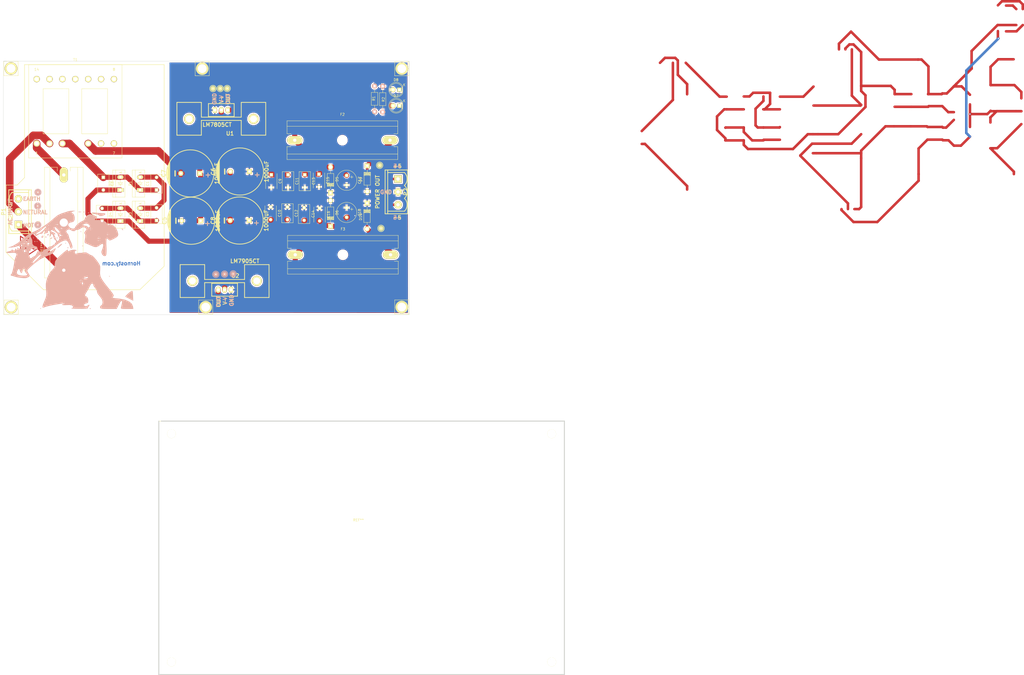
<source format=kicad_pcb>
(kicad_pcb (version 4) (host pcbnew 0.201508290901+6132~28~ubuntu14.04.1-product)
  (layers (0 F.Cu signal) (31 B.Cu signal) (34 B.Paste user) (35 F.Paste user) (36 B.SilkS user) (37 F.SilkS user) (38 B.Mask user) (39 F.Mask user) (44 Edge.Cuts user))
  (net 0 "")
  (net 1 "Net-(C1-Pad1)")
  (net 2 /V-)
  (net 3 /V+)
  (net 4 "Net-(C3-Pad1)")
  (net 5 "Net-(C13-Pad1)")
  (net 6 "Net-(C14-Pad2)")
  (net 7 "Net-(D7-Pad1)")
  (net 8 "Net-(D8-Pad1)")
  (net 9 /REG_+5V)
  (net 10 /REG_-5V)
  (net 11 "Net-(F1-Pad2)")
  (net 12 /HOT)
  (net 13 /NETURAL)
  (net 14 GNDPWR)
  (net 15 Earth)
  (module EuroBoard_Outline:EuroBoard160mmX100mm_holes (layer F.Cu) (at 143.57374 301.82626)
    (fp_text reference REF** (at 78.74 -60.96) (layer F.SilkS))
    (fp_text value EuroBoard160mmX100mm_holes)
    (fp_line (start 0 -99.9998) (end 0 0) (layer Edge.Cuts) (width 0.381))
    (fp_line (start 0 0) (end 159.99968 0) (layer Edge.Cuts) (width 0.381))
    (fp_line (start 159.99968 0) (end 159.99968 -99.9998) (layer Edge.Cuts) (width 0.381))
    (fp_line (start 159.99968 -99.9998) (end 1.00076 -99.9998) (layer Edge.Cuts) (width 0.381))
    (pad "" np_thru_hole circle (at 5.00126 -95.00108) (size 3.50012 3.50012) (drill 3.50012) (layers *.Cu *.Mask F.SilkS))
    (pad "" np_thru_hole circle (at 155.00096 -95.00108) (size 3.50012 3.50012) (drill 3.50012) (layers *.Cu *.Mask F.SilkS))
    (pad "" np_thru_hole circle (at 155.00096 -5.00126) (size 3.50012 3.50012) (drill 3.50012) (layers *.Cu *.Mask F.SilkS))
    (pad "" np_thru_hole circle (at 5.00126 -5.00126) (size 3.50012 3.50012) (drill 3.50012) (layers *.Cu *.Mask F.SilkS))
  )
  (module Capacitors_ThroughHole:C_Disc_D7.5_P5 (layer F.Cu) (at 142.696 110.652 90)
    (fp_text reference C1 (at 2.5 -3.5 90) (layer F.SilkS))
    (fp_text value C_Small)
    (pad 1 thru_hole rect (at 0 0 90) (size 1.4 1.4) (drill 0.9) (layers *.Cu *.Mask F.SilkS) (net 1 "Net-(C1-Pad1)"))
    (pad 2 thru_hole circle (at 5 0 90) (size 1.4 1.4) (drill 0.9) (layers *.Cu *.Mask F.SilkS) (net 2 /V-))
  )
  (module Capacitors_ThroughHole:C_Disc_D7.5_P5 (layer F.Cu) (at 121.696 105.652 270)
    (fp_text reference C2 (at 2.5 -3.5 270) (layer F.SilkS))
    (fp_text value C_Small)
    (pad 1 thru_hole rect (at 0 0 270) (size 1.4 1.4) (drill 0.9) (layers *.Cu *.Mask F.SilkS) (net 1 "Net-(C1-Pad1)"))
    (pad 2 thru_hole circle (at 5 0 270) (size 1.4 1.4) (drill 0.9) (layers *.Cu *.Mask F.SilkS) (net 3 /V+))
  )
  (module Capacitors_ThroughHole:C_Disc_D7.5_P5 (layer F.Cu) (at 142.696 122.652 90)
    (fp_text reference C3 (at 2.5 -3.5 90) (layer F.SilkS))
    (fp_text value C_Small)
    (pad 1 thru_hole rect (at 0 0 90) (size 1.4 1.4) (drill 0.9) (layers *.Cu *.Mask F.SilkS) (net 4 "Net-(C3-Pad1)"))
    (pad 2 thru_hole circle (at 5 0 90) (size 1.4 1.4) (drill 0.9) (layers *.Cu *.Mask F.SilkS) (net 2 /V-))
  )
  (module Capacitors_ThroughHole:C_Disc_D7.5_P5 (layer F.Cu) (at 121.196 122.902 90)
    (fp_text reference C4 (at 2.5 -3.5 90) (layer F.SilkS))
    (fp_text value C_Small)
    (pad 1 thru_hole rect (at 0 0 90) (size 1.4 1.4) (drill 0.9) (layers *.Cu *.Mask F.SilkS) (net 3 /V+))
    (pad 2 thru_hole circle (at 5 0 90) (size 1.4 1.4) (drill 0.9) (layers *.Cu *.Mask F.SilkS) (net 4 "Net-(C3-Pad1)"))
  )
  (module w_capacitors:CP_18x16mm (layer F.Cu) (at 156.327 122.781 90)
    (fp_text reference C5 (at 0 -10.5 90) (layer F.SilkS) (effects (font (thickness 0.3048))))
    (fp_text value 1000uF (at 0 10.5 90) (layer F.SilkS) (effects (font (thickness 0.3048))))
    (pad 1 thru_hole rect (at 0 3.75 90) (size 2 2) (drill 1) (layers *.Cu *.Mask F.SilkS) (net 3 /V+))
    (pad 2 thru_hole circle (at 0 -3.75 90) (size 2 2) (drill 1) (layers *.Cu *.Mask F.SilkS) (net 14 GNDPWR))
  )
  (module w_capacitors:CP_18x16mm (layer F.Cu) (at 175.575 103.35 90)
    (fp_text reference C6 (at 0 -10.5 90) (layer F.SilkS) (effects (font (thickness 0.3048))))
    (fp_text value 1000uF (at 0 10.5 90) (layer F.SilkS) (effects (font (thickness 0.3048))))
    (pad 1 thru_hole rect (at 0 3.75 90) (size 2 2) (drill 1) (layers *.Cu *.Mask F.SilkS) (net 14 GNDPWR))
    (pad 2 thru_hole circle (at 0 -3.75 90) (size 2 2) (drill 1) (layers *.Cu *.Mask F.SilkS) (net 2 /V-))
  )
  (module w_capacitors:CP_18x16mm (layer F.Cu) (at 156 104.1 90)
    (fp_text reference C7 (at 0 -10.5 90) (layer F.SilkS) (effects (font (thickness 0.3048))))
    (fp_text value 1000uF (at 0 10.5 90) (layer F.SilkS) (effects (font (thickness 0.3048))))
    (pad 1 thru_hole rect (at 0 3.75 90) (size 2 2) (drill 1) (layers *.Cu *.Mask F.SilkS) (net 3 /V+))
    (pad 2 thru_hole circle (at 0 -3.75 90) (size 2 2) (drill 1) (layers *.Cu *.Mask F.SilkS) (net 14 GNDPWR))
  )
  (module w_capacitors:CP_18x16mm (layer F.Cu) (at 175.475 122.7 90)
    (fp_text reference C8 (at 0 -10.5 90) (layer F.SilkS) (effects (font (thickness 0.3048))))
    (fp_text value 1000uF (at 0 10.5 90) (layer F.SilkS) (effects (font (thickness 0.3048))))
    (pad 1 thru_hole rect (at 0 3.75 90) (size 2 2) (drill 1) (layers *.Cu *.Mask F.SilkS) (net 14 GNDPWR))
    (pad 2 thru_hole circle (at 0 -3.75 90) (size 2 2) (drill 1) (layers *.Cu *.Mask F.SilkS) (net 2 /V-))
  )
  (module Capacitors_ThroughHole:C_Disc_D6_P5 (layer F.Cu) (at 187.96 104.648 270)
    (fp_text reference C9 (at 2.5 -3.5 270) (layer F.SilkS))
    (fp_text value 10nF)
    (pad 1 thru_hole rect (at 0 0 270) (size 1.4 1.4) (drill 0.9) (layers *.Cu *.Mask F.SilkS) (net 3 /V+))
    (pad 2 thru_hole circle (at 5 0 270) (size 1.4 1.4) (drill 0.9) (layers *.Cu *.Mask F.SilkS) (net 14 GNDPWR))
  )
  (module Capacitors_ThroughHole:C_Disc_D6_P5 (layer F.Cu) (at 187.706 117.348 270)
    (fp_text reference C10 (at 2.5 -3.5 270) (layer F.SilkS))
    (fp_text value 10nF)
    (pad 1 thru_hole rect (at 0 0 270) (size 1.4 1.4) (drill 0.9) (layers *.Cu *.Mask F.SilkS) (net 14 GNDPWR))
    (pad 2 thru_hole circle (at 5 0 270) (size 1.4 1.4) (drill 0.9) (layers *.Cu *.Mask F.SilkS) (net 2 /V-))
  )
  (module Capacitors_ThroughHole:C_Disc_D7.5_P5 (layer F.Cu) (at 194.564 104.648 270)
    (fp_text reference C11 (at 2.5 -3.5 270) (layer F.SilkS))
    (fp_text value 100nF)
    (pad 1 thru_hole rect (at 0 0 270) (size 1.4 1.4) (drill 0.9) (layers *.Cu *.Mask F.SilkS) (net 3 /V+))
    (pad 2 thru_hole circle (at 5 0 270) (size 1.4 1.4) (drill 0.9) (layers *.Cu *.Mask F.SilkS) (net 14 GNDPWR))
  )
  (module Capacitors_ThroughHole:C_Disc_D7.5_P5 (layer F.Cu) (at 194.31 117.348 270)
    (fp_text reference C12 (at 2.5 -3.5 270) (layer F.SilkS))
    (fp_text value 100nF)
    (pad 1 thru_hole rect (at 0 0 270) (size 1.4 1.4) (drill 0.9) (layers *.Cu *.Mask F.SilkS) (net 14 GNDPWR))
    (pad 2 thru_hole circle (at 5 0 270) (size 1.4 1.4) (drill 0.9) (layers *.Cu *.Mask F.SilkS) (net 2 /V-))
  )
  (module Capacitors_ThroughHole:C_Disc_D7.5_P5 (layer F.Cu) (at 201.168 104.648 270)
    (fp_text reference C13 (at 2.5 -3.5 270) (layer F.SilkS))
    (fp_text value 100nF)
    (pad 1 thru_hole rect (at 0 0 270) (size 1.4 1.4) (drill 0.9) (layers *.Cu *.Mask F.SilkS) (net 5 "Net-(C13-Pad1)"))
    (pad 2 thru_hole circle (at 5 0 270) (size 1.4 1.4) (drill 0.9) (layers *.Cu *.Mask F.SilkS) (net 14 GNDPWR))
  )
  (module Capacitors_ThroughHole:C_Disc_D7.5_P5 (layer F.Cu) (at 200.914 117.602 270)
    (fp_text reference C14 (at 2.5 -3.5 270) (layer F.SilkS))
    (fp_text value 100nF)
    (pad 1 thru_hole rect (at 0 0 270) (size 1.4 1.4) (drill 0.9) (layers *.Cu *.Mask F.SilkS) (net 14 GNDPWR))
    (pad 2 thru_hole circle (at 5 0 270) (size 1.4 1.4) (drill 0.9) (layers *.Cu *.Mask F.SilkS) (net 6 "Net-(C14-Pad2)"))
  )
  (module Capacitors_ThroughHole:C_Disc_D6_P5 (layer F.Cu) (at 206.756 104.394 270)
    (fp_text reference C15 (at 2.5 -3.5 270) (layer F.SilkS))
    (fp_text value 10nF)
    (pad 1 thru_hole rect (at 0 0 270) (size 1.4 1.4) (drill 0.9) (layers *.Cu *.Mask F.SilkS) (net 5 "Net-(C13-Pad1)"))
    (pad 2 thru_hole circle (at 5 0 270) (size 1.4 1.4) (drill 0.9) (layers *.Cu *.Mask F.SilkS) (net 14 GNDPWR))
  )
  (module Capacitors_ThroughHole:C_Disc_D6_P5 (layer F.Cu) (at 207.01 117.856 270)
    (fp_text reference C16 (at 2.5 -3.5 270) (layer F.SilkS))
    (fp_text value 10nF)
    (pad 1 thru_hole rect (at 0 0 270) (size 1.4 1.4) (drill 0.9) (layers *.Cu *.Mask F.SilkS) (net 14 GNDPWR))
    (pad 2 thru_hole circle (at 5 0 270) (size 1.4 1.4) (drill 0.9) (layers *.Cu *.Mask F.SilkS) (net 6 "Net-(C14-Pad2)"))
  )
  (module Capacitors_Elko_ThroughHole:Elko_vert_11.5x8mm_RM3.5 (layer F.Cu) (at 217.678 104.902 270)
    (fp_text reference C17 (at 1.905 -5.08 270) (layer F.SilkS))
    (fp_text value 470uF)
    (fp_line (start 0.635 -2.54) (end 0.635 -1.524) (layer F.Cu) (width 0.15))
    (fp_line (start 0.127 -2.032) (end 1.143 -2.032) (layer F.Cu) (width 0.15))
    (pad 2 thru_hole circle (at 3.81 0 270) (size 1.50114 1.50114) (drill 0.8001) (layers *.Cu *.Mask F.SilkS) (net 14 GNDPWR))
    (pad 1 thru_hole circle (at 0 0 270) (size 1.50114 1.50114) (drill 0.8001) (layers *.Cu *.Mask F.SilkS) (net 5 "Net-(C13-Pad1)"))
  )
  (module Capacitors_Elko_ThroughHole:Elko_vert_11.5x8mm_RM3.5 (layer F.Cu) (at 217.678 117.602 270)
    (fp_text reference C18 (at 1.905 -5.08 270) (layer F.SilkS))
    (fp_text value 470uF)
    (fp_line (start 0.635 -2.54) (end 0.635 -1.524) (layer F.Cu) (width 0.15))
    (fp_line (start 0.127 -2.032) (end 1.143 -2.032) (layer F.Cu) (width 0.15))
    (pad 2 thru_hole circle (at 3.81 0 270) (size 1.50114 1.50114) (drill 0.8001) (layers *.Cu *.Mask F.SilkS) (net 6 "Net-(C14-Pad2)"))
    (pad 1 thru_hole circle (at 0 0 270) (size 1.50114 1.50114) (drill 0.8001) (layers *.Cu *.Mask F.SilkS) (net 14 GNDPWR))
  )
  (module Diodes_ThroughHole:Diode_TO-220_Vertical (layer F.Cu) (at 136.196 110.652 90)
    (fp_text reference D1 (at 2.54762 -3.92938 90) (layer F.SilkS))
    (fp_text value MUR860G)
    (fp_text user A (at 6.858 0.127 90) (layer F.SilkS))
    (pad 1 thru_hole rect (at 0 0 180) (size 2.49936 1.50114) (drill 1.00076) (layers *.Cu *.Mask F.SilkS) (net 1 "Net-(C1-Pad1)"))
    (pad 2 thru_hole oval (at 5.08 0 180) (size 2.49936 1.50114) (drill 1.00076) (layers *.Cu *.Mask F.SilkS) (net 2 /V-))
  )
  (module Diodes_ThroughHole:Diode_TO-220_Vertical (layer F.Cu) (at 128.446 110.652 90)
    (fp_text reference D2 (at 2.54762 -3.92938 90) (layer F.SilkS))
    (fp_text value MUR860G)
    (fp_text user A (at 6.858 0.127 90) (layer F.SilkS))
    (pad 1 thru_hole rect (at 0 0 180) (size 2.49936 1.50114) (drill 1.00076) (layers *.Cu *.Mask F.SilkS) (net 3 /V+))
    (pad 2 thru_hole oval (at 5.08 0 180) (size 2.49936 1.50114) (drill 1.00076) (layers *.Cu *.Mask F.SilkS) (net 1 "Net-(C1-Pad1)"))
  )
  (module Diodes_ThroughHole:Diode_TO-220_Vertical (layer F.Cu) (at 136.196 122.902 90)
    (fp_text reference D3 (at 2.54762 -3.92938 90) (layer F.SilkS))
    (fp_text value MUR860G)
    (fp_text user A (at 6.858 0.127 90) (layer F.SilkS))
    (pad 1 thru_hole rect (at 0 0 180) (size 2.49936 1.50114) (drill 1.00076) (layers *.Cu *.Mask F.SilkS) (net 4 "Net-(C3-Pad1)"))
    (pad 2 thru_hole oval (at 5.08 0 180) (size 2.49936 1.50114) (drill 1.00076) (layers *.Cu *.Mask F.SilkS) (net 2 /V-))
  )
  (module Diodes_ThroughHole:Diode_TO-220_Vertical (layer F.Cu) (at 128.446 122.902 90)
    (fp_text reference D4 (at 2.54762 -3.92938 90) (layer F.SilkS))
    (fp_text value MUR860G)
    (fp_text user A (at 6.858 0.127 90) (layer F.SilkS))
    (pad 1 thru_hole rect (at 0 0 180) (size 2.49936 1.50114) (drill 1.00076) (layers *.Cu *.Mask F.SilkS) (net 3 /V+))
    (pad 2 thru_hole oval (at 5.08 0 180) (size 2.49936 1.50114) (drill 1.00076) (layers *.Cu *.Mask F.SilkS) (net 4 "Net-(C3-Pad1)"))
  )
  (module Diodes_ThroughHole:Diode_DO-41_SOD81_Horizontal_RM10 (layer F.Cu) (at 211.33054 111.76 90)
    (fp_text reference D5 (at 5.38734 2.53746 90) (layer F.SilkS))
    (fp_text value TVS)
    (pad 2 thru_hole circle (at 10.16 -0.00254 270) (size 1.99898 1.99898) (drill 1.27) (layers *.Cu *.Mask F.SilkS) (net 5 "Net-(C13-Pad1)"))
    (pad 1 thru_hole rect (at 0 -0.00254 270) (size 1.99898 1.99898) (drill 1.00076) (layers *.Cu *.Mask F.SilkS) (net 14 GNDPWR))
  )
  (module Diodes_ThroughHole:Diode_DO-41_SOD81_Horizontal_RM10 (layer F.Cu) (at 211.33054 124.968 90)
    (fp_text reference D6 (at 5.38734 2.53746 90) (layer F.SilkS))
    (fp_text value TVS)
    (pad 2 thru_hole circle (at 10.16 -0.00254 270) (size 1.99898 1.99898) (drill 1.27) (layers *.Cu *.Mask F.SilkS) (net 14 GNDPWR))
    (pad 1 thru_hole rect (at 0 -0.00254 270) (size 1.99898 1.99898) (drill 1.00076) (layers *.Cu *.Mask F.SilkS) (net 6 "Net-(C14-Pad2)"))
  )
  (module LEDs:LED-5MM (layer F.Cu) (at 238.49866 77.4 180)
    (fp_text reference D7 (at 1.35 3.9 180) (layer F.SilkS))
    (fp_text value LED)
    (fp_text user K (at -1.90634 1.905 180) (layer F.SilkS))
    (pad 1 thru_hole rect (at -0.00134 0 270) (size 1.69926 1.69926) (drill 1.00076) (layers *.Cu *.Mask F.SilkS) (net 7 "Net-(D7-Pad1)"))
    (pad 2 thru_hole circle (at 2.53866 0 180) (size 1.99898 1.99898) (drill 1.00076) (layers *.Cu *.Mask F.SilkS) (net 5 "Net-(C13-Pad1)"))
  )
  (module LEDs:LED-5MM (layer F.Cu) (at 238.49866 71.1 180)
    (fp_text reference D8 (at 1.35 3.9 180) (layer F.SilkS))
    (fp_text value LED)
    (fp_text user K (at -1.90634 1.905 180) (layer F.SilkS))
    (pad 1 thru_hole rect (at -0.00134 0 270) (size 1.69926 1.69926) (drill 1.00076) (layers *.Cu *.Mask F.SilkS) (net 8 "Net-(D8-Pad1)"))
    (pad 2 thru_hole circle (at 2.53866 0 180) (size 1.99898 1.99898) (drill 1.00076) (layers *.Cu *.Mask F.SilkS) (net 14 GNDPWR))
  )
  (module Diodes_ThroughHole:Diode_DO-41_SOD81_Horizontal_RM10 (layer F.Cu) (at 225.806 101.092 270)
    (fp_text reference D9 (at 5.38734 2.53746 270) (layer F.SilkS))
    (fp_text value 1N4008)
    (pad 2 thru_hole circle (at 10.16 -0.00254 90) (size 1.99898 1.99898) (drill 1.27) (layers *.Cu *.Mask F.SilkS) (net 14 GNDPWR))
    (pad 1 thru_hole rect (at 0 -0.00254 90) (size 1.99898 1.99898) (drill 1.00076) (layers *.Cu *.Mask F.SilkS) (net 9 /REG_+5V))
  )
  (module Diodes_ThroughHole:Diode_DO-41_SOD81_Horizontal_RM10 (layer F.Cu) (at 225.746 115.84 270)
    (fp_text reference D10 (at 5.38734 2.53746 270) (layer F.SilkS))
    (fp_text value 1N4008)
    (pad 2 thru_hole circle (at 10.16 -0.00254 90) (size 1.99898 1.99898) (drill 1.27) (layers *.Cu *.Mask F.SilkS) (net 10 /REG_-5V))
    (pad 1 thru_hole rect (at 0 -0.00254 90) (size 1.99898 1.99898) (drill 1.00076) (layers *.Cu *.Mask F.SilkS) (net 14 GNDPWR))
  )
  (module Fuse_Holders_and_Fuses:Fuseholder6x32_Horiz_Open_Schurter0031-8002 (layer F.Cu) (at 106.1 123.504 90)
    (fp_text reference F1 (at 0 -10.16 90) (layer F.SilkS))
    (fp_text value FUSE)
    (pad "" np_thru_hole circle (at 0 0 90) (size 3.2512 3.2512) (drill 3.2512) (layers *.Cu *.Mask F.SilkS))
    (pad 2 thru_hole oval (at 18.796 0 180) (size 3.2512 5.99948) (drill 1.30048) (layers *.Cu *.Mask F.SilkS) (net 11 "Net-(F1-Pad2)"))
    (pad 1 thru_hole oval (at -18.796 0 180) (size 3.2512 5.99948) (drill 1.30048) (layers *.Cu *.Mask F.SilkS) (net 12 /HOT))
  )
  (module Fuse_Holders_and_Fuses:Fuseholder6x32_Horiz_Open_Schurter0031-8002 (layer F.Cu) (at 216 91)
    (fp_text reference F2 (at 0 -10.16) (layer F.SilkS))
    (fp_text value FUSE)
    (pad "" np_thru_hole circle (at 0 0) (size 3.2512 3.2512) (drill 3.2512) (layers *.Cu *.Mask F.SilkS))
    (pad 2 thru_hole oval (at 18.796 0 90) (size 3.2512 5.99948) (drill 1.30048) (layers *.Cu *.Mask F.SilkS) (net 9 /REG_+5V))
    (pad 1 thru_hole oval (at -18.796 0 90) (size 3.2512 5.99948) (drill 1.30048) (layers *.Cu *.Mask F.SilkS) (net 5 "Net-(C13-Pad1)"))
  )
  (module Fuse_Holders_and_Fuses:Fuseholder6x32_Horiz_Open_Schurter0031-8002 (layer F.Cu) (at 216.204 136.2)
    (fp_text reference F3 (at 0 -10.16) (layer F.SilkS))
    (fp_text value FUSE)
    (pad "" np_thru_hole circle (at 0 0) (size 3.2512 3.2512) (drill 3.2512) (layers *.Cu *.Mask F.SilkS))
    (pad 2 thru_hole oval (at 18.796 0 90) (size 3.2512 5.99948) (drill 1.30048) (layers *.Cu *.Mask F.SilkS) (net 10 /REG_-5V))
    (pad 1 thru_hole oval (at -18.796 0 90) (size 3.2512 5.99948) (drill 1.30048) (layers *.Cu *.Mask F.SilkS) (net 6 "Net-(C14-Pad2)"))
  )
  (module w_conn_screw:mstbva_2,5%2f3-g-5,08 (layer F.Cu) (at 88.2 119.22 90)
    (fp_text reference P1 (at 0 -5.842 90) (layer F.SilkS) (effects (font (thickness 0.3048))))
    (fp_text value AC_INPUT (at -0.08 -3.17 90) (layer F.SilkS) (effects (font (thickness 0.3048))))
    (pad 1 thru_hole rect (at -5.08 0 90) (size 2.99974 2.99974) (drill 1.39954) (layers *.Cu *.Mask F.SilkS) (net 12 /HOT))
    (pad 3 thru_hole circle (at 5.08 0 90) (size 2.99974 2.99974) (drill 1.39954) (layers *.Cu *.Mask F.SilkS) (net 15 Earth))
    (pad 2 thru_hole circle (at 0 0 90) (size 2.99974 2.99974) (drill 1.39954) (layers *.Cu *.Mask F.SilkS) (net 13 /NETURAL))
  )
  (module w_conn_screw:mstbva_2,5%2f3-g-5,08 (layer F.Cu) (at 237.946 111.39 270)
    (fp_text reference P2 (at -0.02 -3.064 270) (layer F.SilkS) (effects (font (thickness 0.3048))))
    (fp_text value "POWER OUT" (at 0.01 8.086 270) (layer F.SilkS) (effects (font (thickness 0.3048))))
    (pad 1 thru_hole rect (at -5.08 0 270) (size 2.99974 2.99974) (drill 1.39954) (layers *.Cu *.Mask F.SilkS) (net 9 /REG_+5V))
    (pad 3 thru_hole circle (at 5.08 0 270) (size 2.99974 2.99974) (drill 1.39954) (layers *.Cu *.Mask F.SilkS) (net 10 /REG_-5V))
    (pad 2 thru_hole circle (at 0 0 270) (size 2.99974 2.99974) (drill 1.39954) (layers *.Cu *.Mask F.SilkS) (net 14 GNDPWR))
  )
  (module Resistors_ThroughHole:Resistor_Horizontal_RM10mm (layer F.Cu) (at 231.9 74.8 90)
    (fp_text reference R1 (at 0.24892 -3.50012 90) (layer F.SilkS))
    (fp_text value R)
    (pad 1 thru_hole circle (at -5.08 0 90) (size 1.99898 1.99898) (drill 1.00076) (layers *.Cu *.SilkS *.Mask) (net 7 "Net-(D7-Pad1)"))
    (pad 2 thru_hole circle (at 5.08 0 90) (size 1.99898 1.99898) (drill 1.00076) (layers *.Cu *.SilkS *.Mask) (net 14 GNDPWR))
  )
  (module Resistors_ThroughHole:Resistor_Horizontal_RM10mm (layer F.Cu) (at 228.7 74.7 270)
    (fp_text reference R2 (at 0.24892 -3.50012 270) (layer F.SilkS))
    (fp_text value R_Small)
    (pad 1 thru_hole circle (at -5.08 0 270) (size 1.99898 1.99898) (drill 1.00076) (layers *.Cu *.SilkS *.Mask) (net 8 "Net-(D8-Pad1)"))
    (pad 2 thru_hole circle (at 5.08 0 270) (size 1.99898 1.99898) (drill 1.00076) (layers *.Cu *.SilkS *.Mask) (net 6 "Net-(C14-Pad2)"))
  )
  (module Transformers_SMPS_ThroughHole:ETD29_13Pin_Horizontal_EPCOS-B66359A1013T (layer F.Cu) (at 110.64 79.6)
    (fp_text reference T1 (at 0 -20.32) (layer F.SilkS))
    (fp_text value TRANSFO2)
    (fp_text user 14 (at -15.24 -16.51) (layer F.SilkS))
    (fp_text user 8 (at 15.24 -16.51) (layer F.SilkS))
    (fp_text user 7 (at 15.24 16.51) (layer F.SilkS))
    (fp_text user 1 (at -15.24 16.51) (layer F.SilkS))
    (pad 1 thru_hole circle (at -15.24 12.7) (size 2.49936 2.49936) (drill 1.6002) (layers *.Cu *.Mask F.SilkS) (net 11 "Net-(F1-Pad2)"))
    (pad 2 thru_hole circle (at -10.16 12.7) (size 2.49936 2.49936) (drill 1.6002) (layers *.Cu *.Mask F.SilkS) (net 13 /NETURAL))
    (pad 3 thru_hole circle (at -5.08 12.7) (size 2.49936 2.49936) (drill 1.6002) (layers *.Cu *.Mask F.SilkS) (net 1 "Net-(C1-Pad1)"))
    (pad 5 thru_hole circle (at 5.08 12.7) (size 2.49936 2.49936) (drill 1.6002) (layers *.Cu *.Mask F.SilkS) (net 14 GNDPWR))
    (pad 6 thru_hole circle (at 10.16 12.7) (size 2.49936 2.49936) (drill 1.6002) (layers *.Cu *.Mask F.SilkS) (net 4 "Net-(C3-Pad1)"))
    (pad 7 thru_hole circle (at 15.24 12.7) (size 2.49936 2.49936) (drill 1.6002) (layers *.Cu *.Mask F.SilkS))
    (pad 14 thru_hole circle (at -15.24 -12.7) (size 2.49936 2.49936) (drill 1.6002) (layers *.Cu *.Mask F.SilkS))
    (pad 13 thru_hole circle (at -10.16 -12.7) (size 2.49936 2.49936) (drill 1.6002) (layers *.Cu *.Mask F.SilkS))
    (pad 12 thru_hole circle (at -5.08 -12.7) (size 2.49936 2.49936) (drill 1.6002) (layers *.Cu *.Mask F.SilkS))
    (pad 11 thru_hole circle (at 0 -12.7) (size 2.49936 2.49936) (drill 1.6002) (layers *.Cu *.Mask F.SilkS))
    (pad 10 thru_hole circle (at 5.08 -12.7) (size 2.49936 2.49936) (drill 1.6002) (layers *.Cu *.Mask F.SilkS))
    (pad 9 thru_hole circle (at 10.16 -12.7) (size 2.49936 2.49936) (drill 1.6002) (layers *.Cu *.Mask F.SilkS))
    (pad 8 thru_hole circle (at 15.24 -12.7) (size 2.49936 2.49936) (drill 1.6002) (layers *.Cu *.Mask F.SilkS))
  )
  (module w_to:to220_std_14cw (layer F.Cu) (at 168.235 79.125 180)
    (fp_text reference U1 (at -3.445 -9.225 180) (layer F.SilkS) (effects (font (thickness 0.3048))))
    (fp_text value LM7805CT (at 1.655 -5.755 180) (layer F.SilkS) (effects (font (thickness 0.3048))))
    (pad 1 thru_hole oval (at 2.54 0 180) (size 1.74498 2.49936) (drill 1.19888) (layers *.Cu *.Mask F.SilkS) (net 14 GNDPWR))
    (pad 2 thru_hole oval (at 0 0 180) (size 1.74752 2.49936) (drill 1.19888) (layers *.Cu *.Mask F.SilkS) (net 3 /V+))
    (pad 3 thru_hole oval (at -2.54 0 180) (size 1.74752 2.49936) (drill 1.19888) (layers *.Cu *.Mask F.SilkS) (net 5 "Net-(C13-Pad1)"))
    (pad "" thru_hole circle (at 12.7 -3.4925 180) (size 4.0005 4.0005) (drill 2.74828) (layers *.Cu *.Mask F.SilkS))
    (pad "" thru_hole circle (at -12.7 -3.4925 180) (size 4.0005 4.0005) (drill 2.74828) (layers *.Cu *.Mask F.SilkS))
  )
  (module w_to:to220_std_14cw (layer F.Cu) (at 169.54 150)
    (fp_text reference U2 (at 4.23 -5.52) (layer F.SilkS) (effects (font (thickness 0.3048))))
    (fp_text value LM7905CT (at 7.99 -11.31) (layer F.SilkS) (effects (font (thickness 0.3048))))
    (pad 1 thru_hole oval (at 2.54 0) (size 1.74498 2.49936) (drill 1.19888) (layers *.Cu *.Mask F.SilkS) (net 14 GNDPWR))
    (pad 2 thru_hole oval (at 0 0) (size 1.74752 2.49936) (drill 1.19888) (layers *.Cu *.Mask F.SilkS) (net 2 /V-))
    (pad 3 thru_hole oval (at -2.54 0) (size 1.74752 2.49936) (drill 1.19888) (layers *.Cu *.Mask F.SilkS) (net 6 "Net-(C14-Pad2)"))
    (pad "" thru_hole circle (at 12.7 -3.4925) (size 4.0005 4.0005) (drill 2.74828) (layers *.Cu *.Mask F.SilkS))
    (pad "" thru_hole circle (at -12.7 -3.4925) (size 4.0005 4.0005) (drill 2.74828) (layers *.Cu *.Mask F.SilkS))
  )
  (module Symbols:Symbol_HighVoltage_Type2_CopperTop_VerySmall (layer F.Cu) (at 91.8 133.6 270)
    (fp_text reference REF** (at -0.127 -5.715 270) (layer F.SilkS))
    (fp_text value Symbol_HighVoltage_Type2_CopperTop_VerySmall)
    (fp_line (start -0.49784 2.19964) (end 0.70104 -0.89916) (layer F.Cu) (width 0.381))
    (fp_line (start 0.70104 -0.89916) (end 0.1016 -0.50038) (layer F.Cu) (width 0.381))
    (fp_line (start -0.89916 0.20066) (end 0.40132 -2.60096) (layer F.Cu) (width 0.381))
    (fp_line (start -0.49784 2.19964) (end 0.1016 1.50114) (layer F.Cu) (width 0.381))
    (fp_line (start -0.09906 -2.79908) (end -0.89916 0.20066) (layer F.Cu) (width 0.381))
    (fp_line (start -0.89916 0.20066) (end 0.29972 -0.59944) (layer F.Cu) (width 0.381))
    (fp_line (start 0.29972 -0.59944) (end -0.49784 2.19964) (layer F.Cu) (width 0.381))
    (fp_line (start -0.49784 2.19964) (end -0.59944 1.30048) (layer F.Cu) (width 0.381))
    (fp_line (start 0 -4.191) (end 4.699 2.794) (layer F.Cu) (width 0.381))
    (fp_line (start 4.699 2.794) (end -4.699 2.794) (layer F.Cu) (width 0.381))
    (fp_line (start -4.699 2.794) (end 0 -4.191) (layer F.Cu) (width 0.381))
  )
  (module logos:LOGO (layer B.Cu) (at 108.42 137.47 180)
    (fp_text reference G*** hide)
    (fp_text value LOGO hide)
  )
  (module mechanical:3.5mm_m3 (layer F.Cu) (at 239.42 156.93)
    (fp_text reference REF** (at 0 0.5) (layer F.SilkS))
    (fp_text value 3.5mmM3)
    (pad 1 thru_hole circle (at 0 -0.1) (size 5 5) (drill 3.5) (layers *.Cu *.Mask F.SilkS))
  )
  (module mechanical:3.5mm_m3 (layer F.Cu) (at 239.42 62.87)
    (fp_text reference REF** (at 0 0.5) (layer F.SilkS))
    (fp_text value 3.5mmM3)
    (pad 1 thru_hole circle (at 0 -0.1) (size 5 5) (drill 3.5) (layers *.Cu *.Mask F.SilkS))
  )
  (module mechanical:3.5mm_m3 (layer F.Cu) (at 85.27 62.81)
    (fp_text reference REF** (at 0 0.5) (layer F.SilkS))
    (fp_text value 3.5mmM3)
    (pad 1 thru_hole circle (at 0 -0.1) (size 5 5) (drill 3.5) (layers *.Cu *.Mask F.SilkS))
  )
  (module mechanical:3.5mm_m3 (layer F.Cu) (at 85.34 156.97)
    (fp_text reference REF** (at 0 0.5) (layer F.SilkS))
    (fp_text value 3.5mmM3)
    (pad 1 thru_hole circle (at 0 -0.1) (size 5 5) (drill 3.5) (layers *.Cu *.Mask F.SilkS))
  )
  (module mechanical:3.5mm_m3 (layer F.Cu) (at 160.71 62.87)
    (fp_text reference REF** (at 0 0.5) (layer F.SilkS))
    (fp_text value 3.5mmM3)
    (pad 1 thru_hole circle (at 0 -0.1) (size 5 5) (drill 3.5) (layers *.Cu *.Mask F.SilkS))
  )
  (module mechanical:3.5mm_m3 (layer F.Cu) (at 162.08 156.97)
    (fp_text reference REF** (at 0 0.5) (layer F.SilkS))
    (fp_text value 3.5mmM3)
    (pad 1 thru_hole circle (at 0 -0.1) (size 5 5) (drill 3.5) (layers *.Cu *.Mask F.SilkS))
  )
  (module w_details:pad_2mm (layer B.Cu) (at 95.89 111.54)
    (fp_text reference pad_2mm hide)
    (fp_text value VAL** hide)
    (pad 1 thru_hole circle (at 0 0) (size 1.99898 1.99898) (drill 0.50038) (layers *.Cu B.SilkS))
  )
  (module w_details:pad_2mm (layer B.Cu) (at 95.78 116.96)
    (fp_text reference pad_2mm hide)
    (fp_text value VAL** hide)
    (pad 1 thru_hole circle (at 0 0) (size 1.99898 1.99898) (drill 0.50038) (layers *.Cu B.SilkS))
  )
  (module w_details:pad_2mm (layer B.Cu) (at 95.86 124.42)
    (fp_text reference pad_2mm hide)
    (fp_text value VAL** hide)
    (pad 1 thru_hole circle (at 0 0) (size 1.99898 1.99898) (drill 0.50038) (layers *.Cu B.SilkS))
  )
  (module w_details:pad_2mm (layer F.Cu) (at 231.23 125.79)
    (fp_text reference pad_2mm hide)
    (fp_text value VAL** hide)
    (pad 1 thru_hole circle (at 0 0) (size 1.99898 1.99898) (drill 0.50038) (layers *.Cu F.SilkS))
  )
  (module w_details:pad_2mm (layer F.Cu) (at 230.7 100.9)
    (fp_text reference pad_2mm hide)
    (fp_text value VAL** hide)
    (pad 1 thru_hole circle (at 0 0) (size 1.99898 1.99898) (drill 0.50038) (layers *.Cu F.SilkS))
  )
  (module w_details:pad_2mm (layer F.Cu) (at 170.55 70.6)
    (fp_text reference pad_2mm hide)
    (fp_text value VAL** hide)
    (pad 1 thru_hole circle (at 0 0) (size 1.99898 1.99898) (drill 0.50038) (layers *.Cu F.SilkS))
  )
  (module w_details:pad_2mm (layer F.Cu) (at 167.81 70.63)
    (fp_text reference pad_2mm hide)
    (fp_text value VAL** hide)
    (pad 1 thru_hole circle (at 0 0) (size 1.99898 1.99898) (drill 0.50038) (layers *.Cu F.SilkS))
  )
  (module w_details:pad_2mm (layer F.Cu) (at 164.96 70.63)
    (fp_text reference pad_2mm hide)
    (fp_text value VAL** hide)
    (pad 1 thru_hole circle (at 0 0) (size 1.99898 1.99898) (drill 0.50038) (layers *.Cu F.SilkS))
  )
  (module w_details:pad_2mm (layer B.Cu) (at 166.07 143.93)
    (fp_text reference pad_2mm hide)
    (fp_text value VAL** hide)
    (pad 1 thru_hole circle (at 0 0) (size 1.99898 1.99898) (drill 0.50038) (layers *.Cu B.SilkS))
  )
  (module w_details:pad_2mm (layer B.Cu) (at 169.53 143.84)
    (fp_text reference pad_2mm hide)
    (fp_text value VAL** hide)
    (pad 1 thru_hole circle (at 0 0) (size 1.99898 1.99898) (drill 0.50038) (layers *.Cu B.SilkS))
  )
  (module w_details:pad_2mm (layer B.Cu) (at 172.91 143.75)
    (fp_text reference pad_2mm hide)
    (fp_text value VAL** hide)
    (pad 1 thru_hole circle (at 0 0) (size 1.99898 1.99898) (drill 0.50038) (layers *.Cu B.SilkS))
  )
  (gr_text -5 (at 237.66 121.54) (layer B.SilkS) (effects (font (size 1.5 1.5) (thickness 0.3)) (justify mirror)))
  (gr_text +5 (at 237.71 101.23) (layer B.SilkS) (effects (font (size 1.5 1.5) (thickness 0.3)) (justify mirror)))
  (gr_text GND (at 233.21 111.48) (layer B.SilkS) (effects (font (size 1.5 1.5) (thickness 0.3)) (justify mirror)))
  (gr_text GND (at 233.21 111.48) (layer F.SilkS) (effects (font (size 1.5 1.5) (thickness 0.3))))
  (gr_text -5 (at 237.63 121.53) (layer F.SilkS) (effects (font (size 1.5 1.5) (thickness 0.3))))
  (gr_text +5 (at 237.71 101.25) (layer F.SilkS) (effects (font (size 1.5 1.5) (thickness 0.3))))
  (gr_text OUT (at 167.17 154.73 90) (layer B.SilkS) (effects (font (size 1.5 1.5) (thickness 0.3)) (justify mirror)))
  (gr_text OUT (at 167.17 154.73 90) (layer F.SilkS) (effects (font (size 1.5 1.5) (thickness 0.3))))
  (gr_text V- (at 169.71 154.35 90) (layer B.SilkS) (effects (font (size 1.5 1.5) (thickness 0.3)) (justify mirror)))
  (gr_text V- (at 169.69 154.35 90) (layer F.SilkS) (effects (font (size 1.5 1.5) (thickness 0.3))))
  (gr_text GND (at 172.29 154.23 90) (layer B.SilkS) (effects (font (size 1.5 1.5) (thickness 0.3)) (justify mirror)))
  (gr_text GND (at 172.31 154.21 90) (layer F.SilkS) (effects (font (size 1.5 1.5) (thickness 0.3))))
  (gr_text OUT (at 170.88 74.8 90) (layer B.SilkS) (effects (font (size 1.5 1.5) (thickness 0.3)) (justify mirror)))
  (gr_text V+ (at 168.25 74.85 90) (layer B.SilkS) (effects (font (size 1.5 1.5) (thickness 0.3)) (justify mirror)))
  (gr_text GND (at 165.54 74.71 90) (layer B.SilkS) (effects (font (size 1.5 1.5) (thickness 0.3)) (justify mirror)))
  (gr_text OUT (at 170.88 74.79 90) (layer F.SilkS) (effects (font (size 1.5 1.5) (thickness 0.3))))
  (gr_text GND (at 165.54 74.71 90) (layer F.SilkS) (effects (font (size 1.5 1.5) (thickness 0.3))))
  (gr_text V+ (at 168.25 74.84 90) (layer F.SilkS) (effects (font (size 1.5 1.5) (thickness 0.3))))
  (gr_text + (at 162.75 123.75) (layer B.SilkS) (effects (font (size 2 2) (thickness 0.3)) (justify mirror)))
  (gr_text + (at 182.08 123.48) (layer B.SilkS) (effects (font (size 2 2) (thickness 0.3)) (justify mirror)))
  (gr_text + (at 182.36 104.55) (layer B.SilkS) (effects (font (size 2 2) (thickness 0.3)) (justify mirror)))
  (gr_text + (at 162.95 104.61) (layer B.SilkS) (effects (font (size 2 2) (thickness 0.3)) (justify mirror)))
  (gr_text + (at 162.76 123.75) (layer F.SilkS) (effects (font (size 2 2) (thickness 0.3))))
  (gr_text + (at 182.08 123.48) (layer F.SilkS) (effects (font (size 2 2) (thickness 0.3))))
  (gr_text + (at 182.42 104.51) (layer F.SilkS) (effects (font (size 2 2) (thickness 0.3))))
  (gr_text + (at 162.96 104.62) (layer F.SilkS) (effects (font (size 2 2) (thickness 0.3))))
  (gr_text EARTH (at 93.46 114.17) (layer B.SilkS) (effects (font (size 1.5 1.5) (thickness 0.3))))
  (gr_text EARTH (at 93.46 114.14) (layer F.SilkS) (effects (font (size 1.5 1.5) (thickness 0.3))))
  (gr_text HOT (at 92.16 124.61) (layer F.SilkS) (effects (font (size 1.5 1.5) (thickness 0.3))))
  (gr_text NETURAL (at 94.82 119.44) (layer B.SilkS) (effects (font (size 1.5 1.5) (thickness 0.3))))
  (gr_text "AC INPUT" (at 85.03 119.29 90) (layer B.SilkS) (effects (font (size 1.5 1.5) (thickness 0.3))))
  (gr_text NETURAL (at 94.83 119.42) (layer F.SilkS) (effects (font (size 1.5 1.5) (thickness 0.3))))
  (gr_text HOT (at 92.2 124.57) (layer B.SilkS) (effects (font (size 1.5 1.5) (thickness 0.3))))
  (gr_text Hornosty.com (at 128.8 139.6) (layer B.Cu) (effects (font (size 1.5 1.5) (thickness 0.3)) (justify mirror)))
  (gr_line (start 242.4 59.8) (end 82.4 59.8) (angle 90) (layer Edge.Cuts) (width 0.1))
  (gr_line (start 242.4 159.8) (end 242.4 59.8) (angle 90) (layer Edge.Cuts) (width 0.1))
  (gr_line (start 82.3 159.8) (end 242.4 159.8) (angle 90) (layer Edge.Cuts) (width 0.1))
  (gr_line (start 82.3 59.8) (end 82.3 159.8) (angle 90) (layer Edge.Cuts) (width 0.1))
  (gr_line (start 83.5 59.8) (end 82.3 59.8) (angle 90) (layer Edge.Cuts) (width 0.1))
  (gr_line (start 83.5 59.8) (end 82.4 59.8) (angle 90) (layer Edge.Cuts) (width 0.1))
  (gr_line (start 145.7 140.7) (end 136.1 150) (layer F.SilkS) (width 0.2))
  (gr_line (start 98.1 150) (end 136.1 150) (layer F.SilkS) (width 0.2))
  (gr_line (start 83.3 135.2) (end 98.1 150) (layer F.SilkS) (width 0.2))
  (gr_line (start 83.3 108.7) (end 83.3 135.2) (layer F.SilkS) (width 0.2))
  (gr_line (start 84.4 108.7) (end 83.3 108.7) (layer F.SilkS) (width 0.2))
  (gr_line (start 87.7 108.7) (end 84.4 108.7) (layer F.SilkS) (width 0.2))
  (gr_line (start 90.6 105.8) (end 87.7 108.7) (layer F.SilkS) (width 0.2))
  (gr_line (start 90.6 61.2) (end 90.6 105.8) (layer F.SilkS) (width 0.2))
  (gr_line (start 145.7 61.2) (end 90.6 61.2) (layer F.SilkS) (width 0.2))
  (gr_line (start 145.7 66.6) (end 145.7 61.2) (layer F.SilkS) (width 0.2))
  (gr_line (start 145.7 140.6) (end 145.7 66.6) (layer F.SilkS) (width 0.2))
  (segment (start 367.596 73.827) (end 364.812 73.827) (width 1) (layer F.Cu) (net 0))
  (segment (start 364.812 73.827) (end 351.46 60.475) (width 1) (layer F.Cu) (net 0))
  (segment (start 384.72142 72.29642) (end 384.72142 76.70069) (width 1) (layer F.Cu) (net 0))
  (segment (start 384.72142 76.70069) (end 382.59511 78.827) (width 1) (layer F.Cu) (net 0))
  (segment (start 382.59511 78.827) (end 382.096 78.827) (width 1) (layer F.Cu) (net 0))
  (segment (start 374.346 73.747) (end 376.59568 73.747) (width 1) (layer F.Cu) (net 0))
  (segment (start 378.04626 72.29642) (end 384.72142 72.29642) (width 1) (layer F.Cu) (net 0))
  (segment (start 376.59568 73.747) (end 378.04626 72.29642) (width 1) (layer F.Cu) (net 0))
  (segment (start 388.596 78.827) (end 382.096 78.827) (width 1) (layer F.Cu) (net 0))
  (segment (start 388.596 73.827) (end 397.864 73.827) (width 1) (layer F.Cu) (net 0))
  (segment (start 397.864 73.827) (end 401.856 69.835) (width 1) (layer F.Cu) (net 0))
  (segment (start 379 85.15068) (end 379 78.59357) (width 1) (layer F.Cu) (net 0))
  (segment (start 379 78.59357) (end 382.096 75.49757) (width 1) (layer F.Cu) (net 0))
  (segment (start 382.096 75.49757) (end 382.096 73.747) (width 1) (layer F.Cu) (net 0))
  (segment (start 382.096 85.997) (end 379.84632 85.997) (width 1) (layer F.Cu) (net 0))
  (segment (start 379.84632 85.997) (end 379 85.15068) (width 1) (layer F.Cu) (net 0))
  (segment (start 382.096 85.997) (end 388.426 85.997) (width 1) (layer F.Cu) (net 0))
  (segment (start 388.426 85.997) (end 388.596 85.827) (width 1) (layer F.Cu) (net 0))
  (segment (start 401.3 92.375) (end 416.908 92.375) (width 1) (layer F.Cu) (net 0))
  (segment (start 416.908 92.375) (end 420.652 88.631) (width 1) (layer F.Cu) (net 0))
  (segment (start 396.7 96.975) (end 401.3 92.375) (width 1) (layer F.Cu) (net 0))
  (segment (start 396.7 97.18532) (end 396.7 96.975) (width 1) (layer F.Cu) (net 0))
  (segment (start 415.44 118.175) (end 415.44 115.92532) (width 1) (layer F.Cu) (net 0))
  (segment (start 415.44 115.92532) (end 396.7 97.18532) (width 1) (layer F.Cu) (net 0))
  (segment (start 414.44 55.175) (end 414.44 54.79908) (width 1) (layer F.Cu) (net 0))
  (segment (start 416.01377 53.22531) (end 417.63135 53.22531) (width 1) (layer F.Cu) (net 0))
  (segment (start 414.44 54.79908) (end 416.01377 53.22531) (width 1) (layer F.Cu) (net 0))
  (segment (start 417.63135 53.22531) (end 420.652 56.24596) (width 1) (layer F.Cu) (net 0))
  (segment (start 420.652 56.24596) (end 420.652 67.581) (width 1) (layer F.Cu) (net 0))
  (segment (start 420.652 67.581) (end 420.652 69.581) (width 1) (layer F.Cu) (net 0))
  (segment (start 403.602 88.631) (end 401.602 88.631) (width 1) (layer F.Cu) (net 0))
  (segment (start 411.618002 88.631) (end 403.602 88.631) (width 1) (layer F.Cu) (net 0))
  (segment (start 422.352001 77.897001) (end 411.618002 88.631) (width 1) (layer F.Cu) (net 0))
  (segment (start 422.352001 73.281001) (end 422.352001 77.897001) (width 1) (layer F.Cu) (net 0))
  (segment (start 420.652 71.581) (end 422.352001 73.281001) (width 1) (layer F.Cu) (net 0))
  (segment (start 420.652 69.581) (end 420.652 71.581) (width 1) (layer F.Cu) (net 0))
  (segment (start 367.596 78.827) (end 366.606051 78.827) (width 1) (layer F.Cu) (net 0))
  (segment (start 366.606051 78.827) (end 363.8 81.633051) (width 1) (layer F.Cu) (net 0))
  (segment (start 363.8 81.633051) (end 363.8 86.975) (width 1) (layer F.Cu) (net 0))
  (segment (start 363.8 86.975) (end 367.096 90.271) (width 1) (layer F.Cu) (net 0))
  (segment (start 367.096 90.271) (end 367.096 91.077) (width 1) (layer F.Cu) (net 0))
  (segment (start 374.346 78.827) (end 367.596 78.827) (width 1) (layer F.Cu) (net 0))
  (segment (start 375.99343 94.475) (end 393.758 94.475) (width 1) (layer F.Cu) (net 0))
  (segment (start 393.758 94.475) (end 399.602 88.631) (width 1) (layer F.Cu) (net 0))
  (segment (start 399.602 88.631) (end 401.602 88.631) (width 1) (layer F.Cu) (net 0))
  (segment (start 374.346 91.077) (end 374.346 92.82757) (width 1) (layer F.Cu) (net 0))
  (segment (start 374.346 92.82757) (end 375.99343 94.475) (width 1) (layer F.Cu) (net 0))
  (segment (start 367.096 91.077) (end 374.346 91.077) (width 1) (layer F.Cu) (net 0))
  (segment (start 433.86 72.823) (end 440.464 72.823) (width 1) (layer F.Cu) (net 0))
  (segment (start 420.652 69.581) (end 432.318 69.581) (width 1) (layer F.Cu) (net 0))
  (segment (start 432.318 69.581) (end 433.86 71.123) (width 1) (layer F.Cu) (net 0))
  (segment (start 433.86 71.123) (end 433.86 72.823) (width 1) (layer F.Cu) (net 0))
  (segment (start 374.346 85.997) (end 367.176 85.997) (width 1) (layer F.Cu) (net 0))
  (segment (start 367.176 85.997) (end 367.096 86.077) (width 1) (layer F.Cu) (net 0))
  (segment (start 382.096 91.077) (end 377.67543 91.077) (width 1) (layer F.Cu) (net 0))
  (segment (start 374.346 87.74757) (end 374.346 85.997) (width 1) (layer F.Cu) (net 0))
  (segment (start 377.67543 91.077) (end 374.346 87.74757) (width 1) (layer F.Cu) (net 0))
  (segment (start 388.596 90.827) (end 382.248 90.827) (width 1) (layer F.Cu) (net 0))
  (segment (start 382.248 90.827) (end 382.1 90.975) (width 1) (layer F.Cu) (net 0))
  (segment (start 481.86 45.575) (end 474.464752 45.575) (width 1) (layer F.Cu) (net 0))
  (segment (start 474.464752 45.575) (end 464.225601 55.814151) (width 1) (layer F.Cu) (net 0))
  (segment (start 464.225601 55.814151) (end 464.225601 62.777399) (width 1) (layer F.Cu) (net 0))
  (segment (start 464.225601 62.777399) (end 458.227489 68.775511) (width 1) (layer F.Cu) (net 0))
  (segment (start 458.227489 68.775511) (end 457.228 69.775) (width 1) (layer F.Cu) (net 0))
  (segment (start 411.9 55.175) (end 411.9 52.92532) (width 1) (layer F.Cu) (net 0))
  (segment (start 411.9 52.92532) (end 416.65032 48.175) (width 1) (layer F.Cu) (net 0))
  (segment (start 416.65032 48.175) (end 427.65032 59.175) (width 1) (layer F.Cu) (net 0))
  (segment (start 427.65032 59.175) (end 443.104 59.175) (width 1) (layer F.Cu) (net 0))
  (segment (start 447.068 72.823) (end 447.2 72.691) (width 1) (layer F.Cu) (net 0))
  (segment (start 447.2 72.691) (end 447.2 61.89686) (width 1) (layer F.Cu) (net 0))
  (segment (start 447.2 61.89686) (end 444.47814 59.175) (width 1) (layer F.Cu) (net 0))
  (segment (start 444.47814 59.175) (end 443.104 59.175) (width 1) (layer F.Cu) (net 0))
  (segment (start 457.228 69.775) (end 460.276 69.775) (width 1) (layer F.Cu) (net 0))
  (segment (start 460.276 69.775) (end 463.578 73.077) (width 1) (layer F.Cu) (net 0))
  (segment (start 452.656 72.569) (end 454.434 72.569) (width 1) (layer F.Cu) (net 0))
  (segment (start 454.434 72.569) (end 457.228 69.775) (width 1) (layer F.Cu) (net 0))
  (segment (start 447.068 72.823) (end 452.402 72.823) (width 1) (layer F.Cu) (net 0))
  (segment (start 452.402 72.823) (end 452.656 72.569) (width 1) (layer F.Cu) (net 0))
  (segment (start 474.8 50.875) (end 462.127429 63.547571) (width 1) (layer B.Cu) (net 0))
  (segment (start 462.127429 63.547571) (end 462.127429 88.136429) (width 1) (layer B.Cu) (net 0))
  (segment (start 462.127429 88.136429) (end 462.827431 88.836431) (width 1) (layer B.Cu) (net 0))
  (segment (start 462.827431 88.836431) (end 463.578 89.587) (width 1) (layer B.Cu) (net 0))
  (segment (start 474.6 47.955) (end 474.6 50.675) (width 1) (layer F.Cu) (net 0))
  (segment (start 474.6 50.675) (end 474.8 50.875) (width 1) (layer F.Cu) (net 0))
  (via (at 474.8 50.875) (size 0.6) (drill 0.4) (layers F.Cu B.Cu) (net 0))
  (segment (start 417.62408 123.275) (end 427.0336 123.275) (width 1) (layer F.Cu) (net 0))
  (segment (start 427.0336 123.275) (end 443.308 107.0006) (width 1) (layer F.Cu) (net 0))
  (segment (start 443.308 107.0006) (end 443.308 104.375) (width 1) (layer F.Cu) (net 0))
  (segment (start 412.9 118.175) (end 412.9 118.55092) (width 1) (layer F.Cu) (net 0))
  (segment (start 412.9 118.55092) (end 417.62408 123.275) (width 1) (layer F.Cu) (net 0))
  (segment (start 457.228 93.143) (end 460.022 93.143) (width 1) (layer F.Cu) (net 0))
  (segment (start 460.022 93.143) (end 463.578 89.587) (width 1) (layer F.Cu) (net 0))
  (segment (start 452.91 91.031) (end 455.116 91.031) (width 1) (layer F.Cu) (net 0))
  (segment (start 455.116 91.031) (end 457.228 93.143) (width 1) (layer F.Cu) (net 0))
  (segment (start 446.814 90.777) (end 452.656 90.777) (width 1) (layer F.Cu) (net 0))
  (segment (start 452.656 90.777) (end 452.91 91.031) (width 1) (layer F.Cu) (net 0))
  (segment (start 443.308 104.375) (end 443.308 94.283) (width 1) (layer F.Cu) (net 0))
  (segment (start 443.308 94.283) (end 446.814 90.777) (width 1) (layer F.Cu) (net 0))
  (segment (start 477.8 48.055) (end 481.92 48.055) (width 1) (layer F.Cu) (net 0))
  (segment (start 481.92 48.055) (end 484.4 45.575) (width 1) (layer F.Cu) (net 0))
  (segment (start 474.6 37.795) (end 476.199491 36.195509) (width 1) (layer F.Cu) (net 0))
  (segment (start 476.199491 36.195509) (end 483.170139 36.195509) (width 1) (layer F.Cu) (net 0))
  (segment (start 483.170139 36.195509) (end 484.4 37.42537) (width 1) (layer F.Cu) (net 0))
  (segment (start 484.4 37.42537) (end 484.4 39.275) (width 1) (layer F.Cu) (net 0))
  (segment (start 480.8 59.075) (end 474.7 59.075) (width 1) (layer F.Cu) (net 0))
  (segment (start 474.7 59.075) (end 471.70854 62.06646) (width 1) (layer F.Cu) (net 0))
  (segment (start 471.70854 62.06646) (end 471.70854 69.267) (width 1) (layer F.Cu) (net 0))
  (segment (start 471.70854 69.267) (end 481.12787 69.267) (width 1) (layer F.Cu) (net 0))
  (segment (start 481.12787 69.267) (end 483.846 71.98513) (width 1) (layer F.Cu) (net 0))
  (segment (start 483.846 71.98513) (end 483.846 74.485) (width 1) (layer F.Cu) (net 0))
  (segment (start 471.64854 94.175) (end 480.9 103.42646) (width 1) (layer F.Cu) (net 0))
  (segment (start 480.9 103.42646) (end 480.9 104.375) (width 1) (layer F.Cu) (net 0))
  (segment (start 471.64854 94.175) (end 474.316 94.175) (width 1) (layer F.Cu) (net 0))
  (segment (start 474.316 94.175) (end 483.846 84.645) (width 1) (layer F.Cu) (net 0))
  (segment (start 347.315848 58.525319) (end 343.249681 58.525319) (width 1) (layer F.Cu) (net 0))
  (segment (start 348.329681 59.539152) (end 347.315848 58.525319) (width 1) (layer F.Cu) (net 0))
  (segment (start 348.329681 65.212941) (end 348.329681 59.539152) (width 1) (layer F.Cu) (net 0))
  (segment (start 343.249681 58.525319) (end 342.549679 59.225321) (width 1) (layer F.Cu) (net 0))
  (segment (start 352 68.88326) (end 348.329681 65.212941) (width 1) (layer F.Cu) (net 0))
  (segment (start 352 72.883) (end 352 68.88326) (width 1) (layer F.Cu) (net 0))
  (segment (start 342.549679 59.225321) (end 341.3 60.475) (width 1) (layer F.Cu) (net 0))
  (segment (start 352 110.475) (end 352 109.10086) (width 1) (layer F.Cu) (net 0))
  (segment (start 352 109.10086) (end 335.37414 92.475) (width 1) (layer F.Cu) (net 0))
  (segment (start 335.37414 92.475) (end 334.1 92.475) (width 1) (layer F.Cu) (net 0))
  (segment (start 334.1 87.395) (end 346.38 75.115) (width 1) (layer F.Cu) (net 0))
  (segment (start 346.38 75.115) (end 346.38 60.475) (width 1) (layer F.Cu) (net 0))
  (segment (start 477.8 37.895) (end 480.48 37.895) (width 1) (layer F.Cu) (net 0))
  (segment (start 480.48 37.895) (end 481.86 39.275) (width 1) (layer F.Cu) (net 0))
  (segment (start 401.856 77.335) (end 420.398 77.335) (width 1) (layer F.Cu) (net 0))
  (segment (start 420.398 77.335) (end 420.652 77.081) (width 1) (layer F.Cu) (net 0))
  (segment (start 416.98 55.175) (end 416.98 73.409) (width 1) (layer F.Cu) (net 0))
  (segment (start 416.98 73.409) (end 420.652 77.081) (width 1) (layer F.Cu) (net 0))
  (segment (start 417.98 118.175) (end 419.85249 118.175) (width 1) (layer F.Cu) (net 0))
  (segment (start 419.85249 118.175) (end 420.652 117.37549) (width 1) (layer F.Cu) (net 0))
  (segment (start 420.652 117.37549) (end 420.652 98.131) (width 1) (layer F.Cu) (net 0))
  (segment (start 420.652 98.131) (end 420.652 96.131) (width 1) (layer F.Cu) (net 0))
  (segment (start 440.464 77.823) (end 433.86 77.823) (width 1) (layer F.Cu) (net 0))
  (segment (start 447.068 77.823) (end 440.464 77.823) (width 1) (layer F.Cu) (net 0))
  (segment (start 452.656 77.569) (end 447.322 77.569) (width 1) (layer F.Cu) (net 0))
  (segment (start 447.322 77.569) (end 447.068 77.823) (width 1) (layer F.Cu) (net 0))
  (segment (start 457.228 79.935) (end 455.022 79.935) (width 1) (layer F.Cu) (net 0))
  (segment (start 455.022 79.935) (end 452.656 77.569) (width 1) (layer F.Cu) (net 0))
  (segment (start 452.91 86.031) (end 454.18 86.031) (width 1) (layer F.Cu) (net 0))
  (segment (start 454.18 86.031) (end 457.228 82.983) (width 1) (layer F.Cu) (net 0))
  (segment (start 446.814 85.777) (end 452.656 85.777) (width 1) (layer F.Cu) (net 0))
  (segment (start 452.656 85.777) (end 452.91 86.031) (width 1) (layer F.Cu) (net 0))
  (segment (start 440.21 85.523) (end 446.56 85.523) (width 1) (layer F.Cu) (net 0))
  (segment (start 446.56 85.523) (end 446.814 85.777) (width 1) (layer F.Cu) (net 0))
  (segment (start 433.606 85.523) (end 440.21 85.523) (width 1) (layer F.Cu) (net 0))
  (segment (start 420.652 96.131) (end 420.652 95.123) (width 1) (layer F.Cu) (net 0))
  (segment (start 420.652 95.123) (end 430.252 85.523) (width 1) (layer F.Cu) (net 0))
  (segment (start 430.252 85.523) (end 433.606 85.523) (width 1) (layer F.Cu) (net 0))
  (segment (start 401.602 96.131) (end 403.016213 96.131) (width 1) (layer F.Cu) (net 0))
  (segment (start 403.016213 96.131) (end 420.652 96.131) (width 1) (layer F.Cu) (net 0))
  (segment (start 463.578 80.697) (end 463.578 85.777) (width 1) (layer F.Cu) (net 0))
  (segment (start 463.578 80.697) (end 470.43854 80.697) (width 1) (layer F.Cu) (net 0))
  (segment (start 470.43854 80.697) (end 471.70854 79.427) (width 1) (layer F.Cu) (net 0))
  (segment (start 463.578 76.887) (end 463.578 80.697) (width 1) (layer F.Cu) (net 0))
  (via (at 463.578 80.697) (size 0.6) (drill 0.4) (layers F.Cu B.Cu) (net 0))
  (segment (start 471.64854 84.015) (end 471.64854 82.01551) (width 1) (layer F.Cu) (net 0))
  (segment (start 471.64854 82.01551) (end 474.09905 79.565) (width 1) (layer F.Cu) (net 0))
  (segment (start 474.09905 79.565) (end 481.724864 79.565) (width 1) (layer F.Cu) (net 0))
  (segment (start 481.724864 79.565) (end 483.846 79.565) (width 1) (layer F.Cu) (net 0))
  (segment (start 483.846 79.565) (end 471.84654 79.565) (width 1) (layer F.Cu) (net 0))
  (segment (start 471.84654 79.565) (end 471.70854 79.427) (width 1) (layer F.Cu) (net 0))
  (segment (start 105.56 92.3) (end 108.344 92.3) (width 3) (layer F.Cu) (net 1))
  (segment (start 108.344 92.3) (end 121.696 105.652) (width 3) (layer F.Cu) (net 1))
  (segment (start 142.696 110.652) (end 136.196 110.652) (width 2) (layer F.Cu) (net 1))
  (segment (start 128.446 105.572) (end 131.116 105.572) (width 2) (layer F.Cu) (net 1))
  (segment (start 131.116 105.572) (end 136.196 110.652) (width 2) (layer F.Cu) (net 1))
  (segment (start 121.696 105.652) (end 128.366 105.652) (width 2) (layer F.Cu) (net 1))
  (segment (start 128.366 105.652) (end 128.446 105.572) (width 2) (layer F.Cu) (net 1))
  (segment (start 142.696 105.652) (end 145.65 108.606) (width 2) (layer F.Cu) (net 2))
  (segment (start 145.65 108.606) (end 145.65 114.698) (width 2) (layer F.Cu) (net 2))
  (segment (start 145.65 114.698) (end 142.696 117.652) (width 2) (layer F.Cu) (net 2))
  (segment (start 136.196 105.572) (end 142.616 105.572) (width 2) (layer F.Cu) (net 2))
  (segment (start 142.616 105.572) (end 142.696 105.652) (width 2) (layer F.Cu) (net 2))
  (segment (start 136.196 117.822) (end 142.526 117.822) (width 2) (layer F.Cu) (net 2))
  (segment (start 142.526 117.822) (end 142.696 117.652) (width 2) (layer F.Cu) (net 2))
  (segment (start 187.706 122.348) (end 187.706 125.544) (width 2) (layer F.Cu) (net 2))
  (segment (start 187.706 125.544) (end 183.35 129.9) (width 2) (layer F.Cu) (net 2))
  (segment (start 183.35 129.9) (end 178.925 129.9) (width 2) (layer F.Cu) (net 2))
  (segment (start 178.925 129.9) (end 172.724999 123.699999) (width 2) (layer F.Cu) (net 2))
  (segment (start 172.724999 123.699999) (end 171.725 122.7) (width 2) (layer F.Cu) (net 2))
  (segment (start 194.31 122.348) (end 187.706 122.348) (width 2) (layer F.Cu) (net 2))
  (segment (start 171.725 122.7) (end 171.725 103.45) (width 2) (layer F.Cu) (net 2))
  (segment (start 171.725 103.45) (end 171.825 103.35) (width 2) (layer F.Cu) (net 2))
  (segment (start 169.54 150) (end 169.54 124.885) (width 2) (layer F.Cu) (net 2))
  (segment (start 169.54 124.885) (end 171.725 122.7) (width 2) (layer F.Cu) (net 2))
  (segment (start 187.96 104.648) (end 194.564 104.648) (width 2) (layer F.Cu) (net 3))
  (segment (start 187.96 104.648) (end 187.96 101.948) (width 2) (layer F.Cu) (net 3))
  (segment (start 187.96 101.948) (end 178.627 92.615) (width 2) (layer F.Cu) (net 3))
  (segment (start 178.627 92.615) (end 168.235 92.615) (width 2) (layer F.Cu) (net 3))
  (segment (start 131.69568 122.902) (end 128.446 122.902) (width 2) (layer F.Cu) (net 3))
  (segment (start 149.008 130.85) (end 139.64368 130.85) (width 2) (layer F.Cu) (net 3))
  (segment (start 139.64368 130.85) (end 131.69568 122.902) (width 2) (layer F.Cu) (net 3))
  (segment (start 157.077 122.781) (end 149.008 130.85) (width 2) (layer F.Cu) (net 3))
  (segment (start 160.077 122.781) (end 157.077 122.781) (width 2) (layer F.Cu) (net 3))
  (segment (start 121.196 122.902) (end 118.496 122.902) (width 2) (layer F.Cu) (net 3))
  (segment (start 118.496 122.902) (end 115.625 120.031) (width 2) (layer F.Cu) (net 3))
  (segment (start 115.625 120.031) (end 115.625 114.15) (width 2) (layer F.Cu) (net 3))
  (segment (start 115.625 114.15) (end 119.123 110.652) (width 2) (layer F.Cu) (net 3))
  (segment (start 119.123 110.652) (end 121.696 110.652) (width 2) (layer F.Cu) (net 3))
  (segment (start 121.696 110.652) (end 128.446 110.652) (width 2) (layer F.Cu) (net 3))
  (segment (start 121.196 122.902) (end 128.446 122.902) (width 2) (layer F.Cu) (net 3))
  (segment (start 159.75 104.1) (end 159.75 101.1) (width 2) (layer F.Cu) (net 3))
  (segment (start 159.75 101.1) (end 168.235 92.615) (width 2) (layer F.Cu) (net 3))
  (segment (start 168.235 92.615) (end 168.235 79.125) (width 2) (layer F.Cu) (net 3))
  (segment (start 160.077 122.781) (end 160.077 104.427) (width 2) (layer F.Cu) (net 3))
  (segment (start 160.077 104.427) (end 159.75 104.1) (width 2) (layer F.Cu) (net 3))
  (segment (start 136.196 122.902) (end 142.446 122.902) (width 2) (layer F.Cu) (net 4))
  (segment (start 142.446 122.902) (end 142.696 122.652) (width 2) (layer F.Cu) (net 4))
  (segment (start 128.446 117.822) (end 131.116 117.822) (width 2) (layer F.Cu) (net 4))
  (segment (start 131.116 117.822) (end 136.196 122.902) (width 2) (layer F.Cu) (net 4))
  (segment (start 121.196 117.902) (end 128.366 117.902) (width 2) (layer F.Cu) (net 4))
  (segment (start 128.366 117.902) (end 128.446 117.822) (width 2) (layer F.Cu) (net 4))
  (segment (start 235.96 77.4) (end 207.1784 77.4) (width 2) (layer F.Cu) (net 5))
  (segment (start 207.1784 77.4) (end 205.4534 79.125) (width 2) (layer F.Cu) (net 5))
  (segment (start 205.4534 79.125) (end 188.9546 79.125) (width 2) (layer F.Cu) (net 5))
  (segment (start 170.775 79.125) (end 188.9546 79.125) (width 2) (layer F.Cu) (net 5))
  (segment (start 188.9546 79.125) (end 197.204 87.3744) (width 2) (layer F.Cu) (net 5))
  (segment (start 197.204 87.3744) (end 197.204 91) (width 2) (layer F.Cu) (net 5))
  (segment (start 211.328 101.6) (end 214.376 101.6) (width 2) (layer F.Cu) (net 5))
  (segment (start 214.376 101.6) (end 217.678 104.902) (width 2) (layer F.Cu) (net 5))
  (segment (start 201.168 104.648) (end 201.168 94.964) (width 2) (layer F.Cu) (net 5))
  (segment (start 201.168 94.964) (end 197.204 91) (width 2) (layer F.Cu) (net 5))
  (segment (start 206.756 104.394) (end 201.422 104.394) (width 2) (layer F.Cu) (net 5))
  (segment (start 201.422 104.394) (end 201.168 104.648) (width 2) (layer F.Cu) (net 5))
  (segment (start 211.328 101.6) (end 209.55 101.6) (width 2) (layer F.Cu) (net 5))
  (segment (start 209.55 101.6) (end 206.756 104.394) (width 2) (layer F.Cu) (net 5))
  (segment (start 220.925 87.555) (end 228.7 79.78) (width 2) (layer B.Cu) (net 6))
  (segment (start 220.925 120.775) (end 220.925 87.555) (width 2) (layer B.Cu) (net 6))
  (segment (start 217.678 121.412) (end 220.288 121.412) (width 2) (layer F.Cu) (net 6))
  (segment (start 220.288 121.412) (end 220.925 120.775) (width 2) (layer F.Cu) (net 6))
  (via (at 220.925 120.775) (size 0.6) (drill 0.4) (layers F.Cu B.Cu) (net 6))
  (segment (start 200.914 122.602) (end 200.914 132.694) (width 2) (layer F.Cu) (net 6))
  (segment (start 200.914 132.694) (end 197.408 136.2) (width 2) (layer F.Cu) (net 6))
  (segment (start 200.914 122.602) (end 206.756 122.602) (width 2) (layer F.Cu) (net 6))
  (segment (start 206.756 122.602) (end 207.01 122.856) (width 2) (layer F.Cu) (net 6))
  (segment (start 211.328 124.968) (end 214.122 124.968) (width 2) (layer F.Cu) (net 6))
  (segment (start 214.122 124.968) (end 217.678 121.412) (width 2) (layer F.Cu) (net 6))
  (segment (start 207.01 122.856) (end 207.01 122.885) (width 2) (layer F.Cu) (net 6))
  (segment (start 208.825 124.7) (end 211.06 124.7) (width 2) (layer F.Cu) (net 6))
  (segment (start 207.01 122.885) (end 208.825 124.7) (width 2) (layer F.Cu) (net 6))
  (segment (start 211.06 124.7) (end 211.328 124.968) (width 2) (layer F.Cu) (net 6))
  (segment (start 167 150) (end 167 153.24968) (width 2) (layer F.Cu) (net 6))
  (segment (start 167 153.24968) (end 168.57532 154.825) (width 2) (layer F.Cu) (net 6))
  (segment (start 168.57532 154.825) (end 182.4086 154.825) (width 2) (layer F.Cu) (net 6))
  (segment (start 182.4086 154.825) (end 197.408 139.8256) (width 2) (layer F.Cu) (net 6))
  (segment (start 197.408 139.8256) (end 197.408 136.2) (width 2) (layer F.Cu) (net 6))
  (segment (start 231.9 79.88) (end 236.735248 79.88) (width 2) (layer B.Cu) (net 7))
  (segment (start 236.735248 79.88) (end 238.5 78.115248) (width 2) (layer B.Cu) (net 7))
  (segment (start 238.5 78.115248) (end 238.5 77.4) (width 2) (layer B.Cu) (net 7))
  (segment (start 238.5 71.1) (end 238.5 70.384752) (width 2) (layer B.Cu) (net 8))
  (segment (start 238.5 70.384752) (end 235.635757 67.520509) (width 2) (layer B.Cu) (net 8))
  (segment (start 235.635757 67.520509) (end 230.799491 67.520509) (width 2) (layer B.Cu) (net 8))
  (segment (start 230.799491 67.520509) (end 229.699489 68.620511) (width 2) (layer B.Cu) (net 8))
  (segment (start 229.699489 68.620511) (end 228.7 69.62) (width 2) (layer B.Cu) (net 8))
  (segment (start 234.796 91) (end 234.796 92.10454) (width 2) (layer F.Cu) (net 9))
  (segment (start 234.796 92.10454) (end 225.80854 101.092) (width 2) (layer F.Cu) (net 9))
  (segment (start 237.946 106.31) (end 229.02705 106.31) (width 1) (layer F.Cu) (net 9))
  (segment (start 225.80854 103.09149) (end 225.80854 101.092) (width 1) (layer F.Cu) (net 9))
  (segment (start 229.02705 106.31) (end 225.80854 103.09149) (width 1) (layer F.Cu) (net 9))
  (segment (start 235 136.2) (end 235 135.25146) (width 2) (layer F.Cu) (net 10))
  (segment (start 235 135.25146) (end 225.74854 126) (width 2) (layer F.Cu) (net 10))
  (segment (start 237.946 116.47) (end 233.055 116.47) (width 1) (layer F.Cu) (net 10))
  (segment (start 233.055 116.47) (end 228.05 121.475) (width 1) (layer F.Cu) (net 10))
  (segment (start 228.05 121.475) (end 227.975 121.475) (width 1) (layer F.Cu) (net 10))
  (segment (start 227.975 121.475) (end 225.74854 123.70146) (width 1) (layer F.Cu) (net 10))
  (segment (start 225.74854 123.70146) (end 225.74854 126) (width 1) (layer F.Cu) (net 10))
  (segment (start 95.4 92.3) (end 95.4 94.008) (width 3) (layer F.Cu) (net 11))
  (segment (start 95.4 94.008) (end 106.1 104.708) (width 3) (layer F.Cu) (net 11))
  (segment (start 88.2 124.3) (end 88.2 124.4) (width 3) (layer F.Cu) (net 12))
  (segment (start 88.2 124.4) (end 106.1 142.3) (width 3) (layer F.Cu) (net 12))
  (segment (start 86.700131 117.720131) (end 88.2 119.22) (width 3) (layer F.Cu) (net 13))
  (segment (start 84.76 115.78) (end 86.700131 117.720131) (width 3) (layer F.Cu) (net 13))
  (segment (start 84.76 98.414502) (end 84.76 115.78) (width 3) (layer F.Cu) (net 13))
  (segment (start 94.074513 89.099989) (end 84.76 98.414502) (width 3) (layer F.Cu) (net 13))
  (segment (start 97.279989 89.099989) (end 94.074513 89.099989) (width 3) (layer F.Cu) (net 13))
  (segment (start 100.48 92.3) (end 97.279989 89.099989) (width 3) (layer F.Cu) (net 13))
  (segment (start 152.25 104.1) (end 143.399681 95.249681) (width 3) (layer F.Cu) (net 14))
  (segment (start 143.399681 95.249681) (end 118.669681 95.249681) (width 3) (layer F.Cu) (net 14))
  (segment (start 118.669681 95.249681) (end 116.969679 93.549679) (width 3) (layer F.Cu) (net 14))
  (segment (start 116.969679 93.549679) (end 115.72 92.3) (width 3) (layer F.Cu) (net 14))
  (zone (net 14) (net_name GNDPWR) (layer F.Cu) (connect_pads (clearance 0.508)) (min_thickness 0.254) (fill yes (arc_segments 16) (thermal_gap 0.508) (thermal_bridge_width 0.508))
    (polygon (pts (xy 241.65 60.275) (xy 147.85 60.275) (xy 147.85 159.1) (xy 241.925 159.15) (xy 241.65 60.275)))
  )
  (zone (net 14) (net_name GNDPWR) (layer B.Cu) (connect_pads (clearance 0.508)) (min_thickness 0.254) (fill yes (arc_segments 16) (thermal_gap 0.508) (thermal_bridge_width 0.508))
    (polygon (pts (xy 241.595059 60.1) (xy 147.795059 60.1) (xy 147.795059 158.925) (xy 241.870059 158.975) (xy 241.595059 60.1)))
  )
)
</source>
